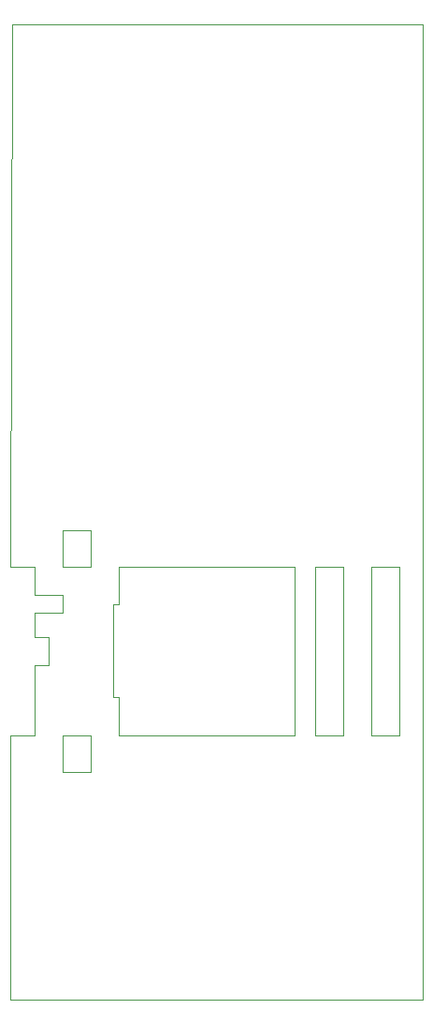
<source format=gbr>
G04 #@! TF.GenerationSoftware,KiCad,Pcbnew,5.1.5+dfsg1-2~bpo10+1*
G04 #@! TF.CreationDate,2020-04-18T13:19:32-07:00*
G04 #@! TF.ProjectId,rbdrums,72626472-756d-4732-9e6b-696361645f70,rev?*
G04 #@! TF.SameCoordinates,Original*
G04 #@! TF.FileFunction,Profile,NP*
%FSLAX46Y46*%
G04 Gerber Fmt 4.6, Leading zero omitted, Abs format (unit mm)*
G04 Created by KiCad (PCBNEW 5.1.5+dfsg1-2~bpo10+1) date 2020-04-18 13:19:32*
%MOMM*%
%LPD*%
G04 APERTURE LIST*
%ADD10C,0.050000*%
G04 APERTURE END LIST*
D10*
X145821400Y-88900000D02*
X145161000Y-88900000D01*
X145821400Y-73660000D02*
X145821400Y-88900000D01*
X145161000Y-73660000D02*
X145821400Y-73660000D01*
X120142000Y-112776000D02*
X120142000Y-88900000D01*
X157480000Y-112776000D02*
X120142000Y-112776000D01*
X157480000Y-24638000D02*
X157480000Y-112776000D01*
X120269000Y-24638000D02*
X157480000Y-24638000D01*
X120142000Y-73660000D02*
X120269000Y-24638000D01*
X122301000Y-76200000D02*
X122301000Y-73660000D01*
X124841000Y-76200000D02*
X122301000Y-76200000D01*
X124841000Y-77851000D02*
X124841000Y-76200000D01*
X129921000Y-77089000D02*
X129921000Y-73660000D01*
X129921000Y-85471000D02*
X129921000Y-88900000D01*
X129413000Y-85471000D02*
X129921000Y-85471000D01*
X129413000Y-77089000D02*
X129413000Y-85471000D01*
X129921000Y-77089000D02*
X129413000Y-77089000D01*
X120142000Y-73660000D02*
X122301000Y-73660000D01*
X124841000Y-92202000D02*
X124841000Y-88900000D01*
X127381000Y-92202000D02*
X124841000Y-92202000D01*
X127381000Y-88900000D02*
X127381000Y-92202000D01*
X124841000Y-88900000D02*
X127381000Y-88900000D01*
X127381000Y-70358000D02*
X127381000Y-73660000D01*
X124841000Y-70358000D02*
X127381000Y-70358000D01*
X124841000Y-73660000D02*
X124841000Y-70358000D01*
X127381000Y-73660000D02*
X124841000Y-73660000D01*
X122301000Y-80010000D02*
X122301000Y-77851000D01*
X124841000Y-77851000D02*
X122301000Y-77851000D01*
X122301000Y-88900000D02*
X120142000Y-88900000D01*
X122301000Y-82550000D02*
X122301000Y-88900000D01*
X123571000Y-82550000D02*
X122301000Y-82550000D01*
X123571000Y-80010000D02*
X123571000Y-82550000D01*
X122301000Y-80010000D02*
X123571000Y-80010000D01*
X147701000Y-88900000D02*
X147701000Y-73660000D01*
X150241000Y-88900000D02*
X147701000Y-88900000D01*
X150241000Y-73660000D02*
X150241000Y-88900000D01*
X147701000Y-73660000D02*
X150241000Y-73660000D01*
X152781000Y-88900000D02*
X152781000Y-73660000D01*
X155321000Y-88900000D02*
X152781000Y-88900000D01*
X155321000Y-73660000D02*
X155321000Y-88900000D01*
X152781000Y-73660000D02*
X155321000Y-73660000D01*
X145161000Y-88900000D02*
X129921000Y-88900000D01*
X129921000Y-73660000D02*
X145161000Y-73660000D01*
M02*

</source>
